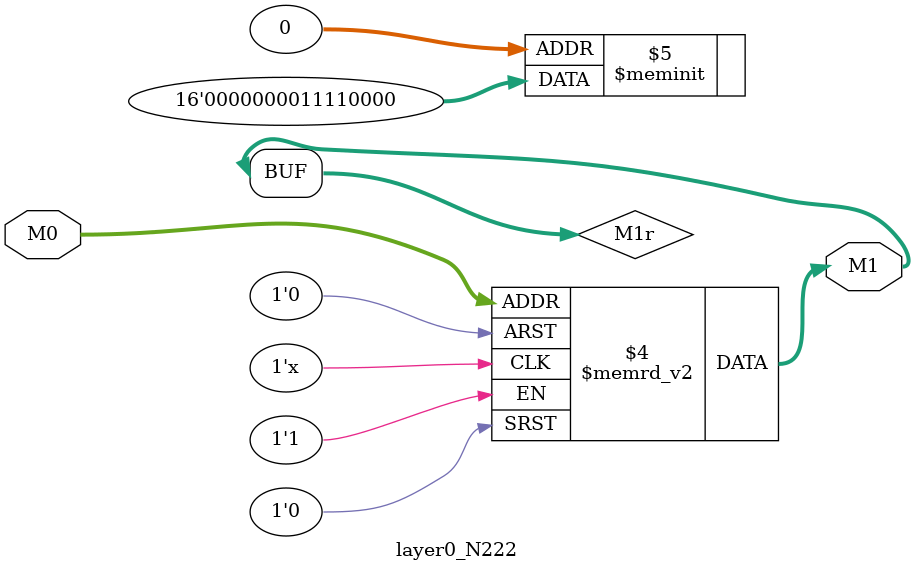
<source format=v>
module layer0_N222 ( input [2:0] M0, output [1:0] M1 );

	(*rom_style = "distributed" *) reg [1:0] M1r;
	assign M1 = M1r;
	always @ (M0) begin
		case (M0)
			3'b000: M1r = 2'b00;
			3'b100: M1r = 2'b00;
			3'b010: M1r = 2'b11;
			3'b110: M1r = 2'b00;
			3'b001: M1r = 2'b00;
			3'b101: M1r = 2'b00;
			3'b011: M1r = 2'b11;
			3'b111: M1r = 2'b00;

		endcase
	end
endmodule

</source>
